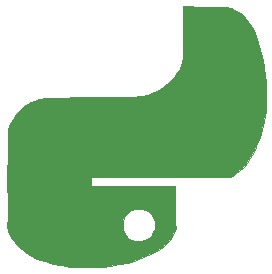
<source format=gbr>
G04 #@! TF.GenerationSoftware,KiCad,Pcbnew,5.1.5*
G04 #@! TF.CreationDate,2020-01-01T17:26:00-06:00*
G04 #@! TF.ProjectId,Python,50797468-6f6e-42e6-9b69-6361645f7063,rev?*
G04 #@! TF.SameCoordinates,Original*
G04 #@! TF.FileFunction,Soldermask,Top*
G04 #@! TF.FilePolarity,Negative*
%FSLAX46Y46*%
G04 Gerber Fmt 4.6, Leading zero omitted, Abs format (unit mm)*
G04 Created by KiCad (PCBNEW 5.1.5) date 2020-01-01 17:26:00*
%MOMM*%
%LPD*%
G04 APERTURE LIST*
%ADD10C,0.010000*%
G04 APERTURE END LIST*
D10*
G36*
X137511942Y-100299564D02*
G01*
X137987110Y-100305855D01*
X138386436Y-100312723D01*
X138718742Y-100321100D01*
X138992853Y-100331916D01*
X139217591Y-100346105D01*
X139401779Y-100364597D01*
X139554241Y-100388326D01*
X139683801Y-100418221D01*
X139799281Y-100455215D01*
X139909504Y-100500240D01*
X140023295Y-100554228D01*
X140050061Y-100567590D01*
X140410005Y-100774996D01*
X140736202Y-101021244D01*
X141031485Y-101311452D01*
X141298689Y-101650737D01*
X141540648Y-102044216D01*
X141760197Y-102497006D01*
X141960170Y-103014223D01*
X142143401Y-103600987D01*
X142312724Y-104262412D01*
X142450814Y-104902000D01*
X142528119Y-105298446D01*
X142589708Y-105645029D01*
X142637272Y-105960083D01*
X142672497Y-106261940D01*
X142697074Y-106568933D01*
X142712690Y-106899395D01*
X142721034Y-107271659D01*
X142723795Y-107704058D01*
X142723766Y-107865334D01*
X142722090Y-108258032D01*
X142717862Y-108578485D01*
X142710505Y-108839090D01*
X142699443Y-109052245D01*
X142684101Y-109230347D01*
X142663905Y-109385795D01*
X142649099Y-109474000D01*
X142522264Y-110085389D01*
X142364514Y-110702133D01*
X142181324Y-111308160D01*
X141978170Y-111887399D01*
X141760528Y-112423777D01*
X141533873Y-112901225D01*
X141395540Y-113153222D01*
X141148969Y-113523312D01*
X140862725Y-113864102D01*
X140549046Y-114165095D01*
X140220168Y-114415795D01*
X139888327Y-114605705D01*
X139565759Y-114724328D01*
X139563353Y-114724935D01*
X139512022Y-114732481D01*
X139419323Y-114739178D01*
X139282001Y-114745045D01*
X139096801Y-114750101D01*
X138860467Y-114754365D01*
X138569744Y-114757856D01*
X138221377Y-114760593D01*
X137812110Y-114762595D01*
X137338687Y-114763881D01*
X136797855Y-114764469D01*
X136186356Y-114764380D01*
X135500935Y-114763630D01*
X134738338Y-114762241D01*
X133895309Y-114760230D01*
X133626103Y-114759508D01*
X127889000Y-114743769D01*
X127889000Y-115485334D01*
X135056970Y-115485334D01*
X135030737Y-117107139D01*
X135024165Y-117471852D01*
X135016753Y-117811655D01*
X135008808Y-118116843D01*
X135000640Y-118377710D01*
X134992557Y-118584550D01*
X134984867Y-118727659D01*
X134977881Y-118797329D01*
X134976872Y-118800952D01*
X134970605Y-118851984D01*
X135022251Y-118844944D01*
X135065642Y-118836983D01*
X135080149Y-118870718D01*
X135070553Y-118964161D01*
X135064241Y-119003213D01*
X134957583Y-119389580D01*
X134770339Y-119764189D01*
X134506094Y-120124418D01*
X134168437Y-120467645D01*
X133760952Y-120791246D01*
X133287228Y-121092599D01*
X132750849Y-121369080D01*
X132155402Y-121618068D01*
X131504474Y-121836938D01*
X131000500Y-121975146D01*
X130294297Y-122130549D01*
X129551760Y-122255183D01*
X128820334Y-122341263D01*
X128527123Y-122360877D01*
X128173653Y-122373467D01*
X127781708Y-122379197D01*
X127373072Y-122378232D01*
X126969533Y-122370734D01*
X126592874Y-122356869D01*
X126264881Y-122336799D01*
X126089834Y-122320695D01*
X125359766Y-122216316D01*
X124652465Y-122067010D01*
X123984319Y-121877087D01*
X123371712Y-121650855D01*
X123124067Y-121540959D01*
X122583817Y-121251520D01*
X122105794Y-120921573D01*
X121693963Y-120555177D01*
X121352291Y-120156387D01*
X121084743Y-119729261D01*
X120895286Y-119277855D01*
X120887397Y-119253000D01*
X120806869Y-118974731D01*
X120762606Y-118771050D01*
X120757256Y-118685952D01*
X130594266Y-118685952D01*
X130600083Y-118969740D01*
X130645627Y-119233289D01*
X130702558Y-119391798D01*
X130857203Y-119631293D01*
X131073591Y-119847818D01*
X131328919Y-120022864D01*
X131600380Y-120137924D01*
X131632877Y-120146801D01*
X131864276Y-120174654D01*
X132127199Y-120156861D01*
X132384671Y-120097538D01*
X132509597Y-120049147D01*
X132797979Y-119873469D01*
X133026926Y-119646534D01*
X133193582Y-119380067D01*
X133295092Y-119085799D01*
X133328598Y-118775457D01*
X133291245Y-118460768D01*
X133180177Y-118153463D01*
X133029961Y-117912408D01*
X132818514Y-117701671D01*
X132556265Y-117544130D01*
X132261182Y-117443597D01*
X131951234Y-117403882D01*
X131644387Y-117428794D01*
X131358612Y-117522144D01*
X131309006Y-117547481D01*
X131089774Y-117701282D01*
X130887295Y-117905104D01*
X130730755Y-118128335D01*
X130701879Y-118184301D01*
X130628192Y-118413586D01*
X130594266Y-118685952D01*
X120757256Y-118685952D01*
X120754376Y-118640148D01*
X120781947Y-118580217D01*
X120800820Y-118575667D01*
X120815733Y-118569640D01*
X120828036Y-118547116D01*
X120837847Y-118501428D01*
X120845281Y-118425912D01*
X120850453Y-118313902D01*
X120853482Y-118158732D01*
X120854481Y-117953735D01*
X120853568Y-117692248D01*
X120850858Y-117367603D01*
X120846468Y-116973136D01*
X120840514Y-116502180D01*
X120838970Y-116384917D01*
X120831639Y-115625864D01*
X120829323Y-114854715D01*
X120829980Y-114661593D01*
X139119022Y-114661593D01*
X139172209Y-114668235D01*
X139234334Y-114669470D01*
X139325894Y-114666168D01*
X139351029Y-114657724D01*
X139329584Y-114651124D01*
X139206225Y-114644120D01*
X139139084Y-114651124D01*
X139119022Y-114661593D01*
X120829980Y-114661593D01*
X120830130Y-114617500D01*
X139530667Y-114617500D01*
X139551834Y-114638667D01*
X139573000Y-114617500D01*
X139551834Y-114596334D01*
X139530667Y-114617500D01*
X120830130Y-114617500D01*
X120831916Y-114093220D01*
X120839313Y-113363129D01*
X120851409Y-112686191D01*
X120858247Y-112408768D01*
X120906528Y-110623369D01*
X121070690Y-110270935D01*
X121346641Y-109758031D01*
X121666405Y-109306400D01*
X122025569Y-108919924D01*
X122419719Y-108602490D01*
X122844440Y-108357982D01*
X123295320Y-108190285D01*
X123486334Y-108144711D01*
X123626353Y-108119383D01*
X123783942Y-108096747D01*
X123964573Y-108076609D01*
X124173720Y-108058772D01*
X124416859Y-108043042D01*
X124699461Y-108029224D01*
X125027001Y-108017122D01*
X125404954Y-108006541D01*
X125838792Y-107997288D01*
X126333989Y-107989165D01*
X126896021Y-107981978D01*
X127530359Y-107975533D01*
X128242479Y-107969634D01*
X128439334Y-107968177D01*
X129097992Y-107963299D01*
X129678132Y-107958508D01*
X130185899Y-107953364D01*
X130627438Y-107947431D01*
X131008896Y-107940268D01*
X131336419Y-107931438D01*
X131616152Y-107920501D01*
X131854241Y-107907020D01*
X132056833Y-107890555D01*
X132230073Y-107870668D01*
X132380107Y-107846920D01*
X132513081Y-107818873D01*
X132635142Y-107786087D01*
X132752434Y-107748126D01*
X132871104Y-107704548D01*
X132997298Y-107654917D01*
X133033825Y-107640274D01*
X133485023Y-107427269D01*
X133923639Y-107159710D01*
X134336838Y-106848868D01*
X134711784Y-106506013D01*
X135035642Y-106142414D01*
X135295575Y-105769340D01*
X135412637Y-105551697D01*
X135471673Y-105427640D01*
X135521787Y-105317967D01*
X135563759Y-105214737D01*
X135598373Y-105110011D01*
X135626412Y-104995846D01*
X135648656Y-104864304D01*
X135665890Y-104707443D01*
X135678896Y-104517323D01*
X135688455Y-104286004D01*
X135695350Y-104005545D01*
X135700364Y-103668006D01*
X135704279Y-103265446D01*
X135707877Y-102789926D01*
X135709696Y-102536941D01*
X135726050Y-100277716D01*
X137511942Y-100299564D01*
G37*
X137511942Y-100299564D02*
X137987110Y-100305855D01*
X138386436Y-100312723D01*
X138718742Y-100321100D01*
X138992853Y-100331916D01*
X139217591Y-100346105D01*
X139401779Y-100364597D01*
X139554241Y-100388326D01*
X139683801Y-100418221D01*
X139799281Y-100455215D01*
X139909504Y-100500240D01*
X140023295Y-100554228D01*
X140050061Y-100567590D01*
X140410005Y-100774996D01*
X140736202Y-101021244D01*
X141031485Y-101311452D01*
X141298689Y-101650737D01*
X141540648Y-102044216D01*
X141760197Y-102497006D01*
X141960170Y-103014223D01*
X142143401Y-103600987D01*
X142312724Y-104262412D01*
X142450814Y-104902000D01*
X142528119Y-105298446D01*
X142589708Y-105645029D01*
X142637272Y-105960083D01*
X142672497Y-106261940D01*
X142697074Y-106568933D01*
X142712690Y-106899395D01*
X142721034Y-107271659D01*
X142723795Y-107704058D01*
X142723766Y-107865334D01*
X142722090Y-108258032D01*
X142717862Y-108578485D01*
X142710505Y-108839090D01*
X142699443Y-109052245D01*
X142684101Y-109230347D01*
X142663905Y-109385795D01*
X142649099Y-109474000D01*
X142522264Y-110085389D01*
X142364514Y-110702133D01*
X142181324Y-111308160D01*
X141978170Y-111887399D01*
X141760528Y-112423777D01*
X141533873Y-112901225D01*
X141395540Y-113153222D01*
X141148969Y-113523312D01*
X140862725Y-113864102D01*
X140549046Y-114165095D01*
X140220168Y-114415795D01*
X139888327Y-114605705D01*
X139565759Y-114724328D01*
X139563353Y-114724935D01*
X139512022Y-114732481D01*
X139419323Y-114739178D01*
X139282001Y-114745045D01*
X139096801Y-114750101D01*
X138860467Y-114754365D01*
X138569744Y-114757856D01*
X138221377Y-114760593D01*
X137812110Y-114762595D01*
X137338687Y-114763881D01*
X136797855Y-114764469D01*
X136186356Y-114764380D01*
X135500935Y-114763630D01*
X134738338Y-114762241D01*
X133895309Y-114760230D01*
X133626103Y-114759508D01*
X127889000Y-114743769D01*
X127889000Y-115485334D01*
X135056970Y-115485334D01*
X135030737Y-117107139D01*
X135024165Y-117471852D01*
X135016753Y-117811655D01*
X135008808Y-118116843D01*
X135000640Y-118377710D01*
X134992557Y-118584550D01*
X134984867Y-118727659D01*
X134977881Y-118797329D01*
X134976872Y-118800952D01*
X134970605Y-118851984D01*
X135022251Y-118844944D01*
X135065642Y-118836983D01*
X135080149Y-118870718D01*
X135070553Y-118964161D01*
X135064241Y-119003213D01*
X134957583Y-119389580D01*
X134770339Y-119764189D01*
X134506094Y-120124418D01*
X134168437Y-120467645D01*
X133760952Y-120791246D01*
X133287228Y-121092599D01*
X132750849Y-121369080D01*
X132155402Y-121618068D01*
X131504474Y-121836938D01*
X131000500Y-121975146D01*
X130294297Y-122130549D01*
X129551760Y-122255183D01*
X128820334Y-122341263D01*
X128527123Y-122360877D01*
X128173653Y-122373467D01*
X127781708Y-122379197D01*
X127373072Y-122378232D01*
X126969533Y-122370734D01*
X126592874Y-122356869D01*
X126264881Y-122336799D01*
X126089834Y-122320695D01*
X125359766Y-122216316D01*
X124652465Y-122067010D01*
X123984319Y-121877087D01*
X123371712Y-121650855D01*
X123124067Y-121540959D01*
X122583817Y-121251520D01*
X122105794Y-120921573D01*
X121693963Y-120555177D01*
X121352291Y-120156387D01*
X121084743Y-119729261D01*
X120895286Y-119277855D01*
X120887397Y-119253000D01*
X120806869Y-118974731D01*
X120762606Y-118771050D01*
X120757256Y-118685952D01*
X130594266Y-118685952D01*
X130600083Y-118969740D01*
X130645627Y-119233289D01*
X130702558Y-119391798D01*
X130857203Y-119631293D01*
X131073591Y-119847818D01*
X131328919Y-120022864D01*
X131600380Y-120137924D01*
X131632877Y-120146801D01*
X131864276Y-120174654D01*
X132127199Y-120156861D01*
X132384671Y-120097538D01*
X132509597Y-120049147D01*
X132797979Y-119873469D01*
X133026926Y-119646534D01*
X133193582Y-119380067D01*
X133295092Y-119085799D01*
X133328598Y-118775457D01*
X133291245Y-118460768D01*
X133180177Y-118153463D01*
X133029961Y-117912408D01*
X132818514Y-117701671D01*
X132556265Y-117544130D01*
X132261182Y-117443597D01*
X131951234Y-117403882D01*
X131644387Y-117428794D01*
X131358612Y-117522144D01*
X131309006Y-117547481D01*
X131089774Y-117701282D01*
X130887295Y-117905104D01*
X130730755Y-118128335D01*
X130701879Y-118184301D01*
X130628192Y-118413586D01*
X130594266Y-118685952D01*
X120757256Y-118685952D01*
X120754376Y-118640148D01*
X120781947Y-118580217D01*
X120800820Y-118575667D01*
X120815733Y-118569640D01*
X120828036Y-118547116D01*
X120837847Y-118501428D01*
X120845281Y-118425912D01*
X120850453Y-118313902D01*
X120853482Y-118158732D01*
X120854481Y-117953735D01*
X120853568Y-117692248D01*
X120850858Y-117367603D01*
X120846468Y-116973136D01*
X120840514Y-116502180D01*
X120838970Y-116384917D01*
X120831639Y-115625864D01*
X120829323Y-114854715D01*
X120829980Y-114661593D01*
X139119022Y-114661593D01*
X139172209Y-114668235D01*
X139234334Y-114669470D01*
X139325894Y-114666168D01*
X139351029Y-114657724D01*
X139329584Y-114651124D01*
X139206225Y-114644120D01*
X139139084Y-114651124D01*
X139119022Y-114661593D01*
X120829980Y-114661593D01*
X120830130Y-114617500D01*
X139530667Y-114617500D01*
X139551834Y-114638667D01*
X139573000Y-114617500D01*
X139551834Y-114596334D01*
X139530667Y-114617500D01*
X120830130Y-114617500D01*
X120831916Y-114093220D01*
X120839313Y-113363129D01*
X120851409Y-112686191D01*
X120858247Y-112408768D01*
X120906528Y-110623369D01*
X121070690Y-110270935D01*
X121346641Y-109758031D01*
X121666405Y-109306400D01*
X122025569Y-108919924D01*
X122419719Y-108602490D01*
X122844440Y-108357982D01*
X123295320Y-108190285D01*
X123486334Y-108144711D01*
X123626353Y-108119383D01*
X123783942Y-108096747D01*
X123964573Y-108076609D01*
X124173720Y-108058772D01*
X124416859Y-108043042D01*
X124699461Y-108029224D01*
X125027001Y-108017122D01*
X125404954Y-108006541D01*
X125838792Y-107997288D01*
X126333989Y-107989165D01*
X126896021Y-107981978D01*
X127530359Y-107975533D01*
X128242479Y-107969634D01*
X128439334Y-107968177D01*
X129097992Y-107963299D01*
X129678132Y-107958508D01*
X130185899Y-107953364D01*
X130627438Y-107947431D01*
X131008896Y-107940268D01*
X131336419Y-107931438D01*
X131616152Y-107920501D01*
X131854241Y-107907020D01*
X132056833Y-107890555D01*
X132230073Y-107870668D01*
X132380107Y-107846920D01*
X132513081Y-107818873D01*
X132635142Y-107786087D01*
X132752434Y-107748126D01*
X132871104Y-107704548D01*
X132997298Y-107654917D01*
X133033825Y-107640274D01*
X133485023Y-107427269D01*
X133923639Y-107159710D01*
X134336838Y-106848868D01*
X134711784Y-106506013D01*
X135035642Y-106142414D01*
X135295575Y-105769340D01*
X135412637Y-105551697D01*
X135471673Y-105427640D01*
X135521787Y-105317967D01*
X135563759Y-105214737D01*
X135598373Y-105110011D01*
X135626412Y-104995846D01*
X135648656Y-104864304D01*
X135665890Y-104707443D01*
X135678896Y-104517323D01*
X135688455Y-104286004D01*
X135695350Y-104005545D01*
X135700364Y-103668006D01*
X135704279Y-103265446D01*
X135707877Y-102789926D01*
X135709696Y-102536941D01*
X135726050Y-100277716D01*
X137511942Y-100299564D01*
M02*

</source>
